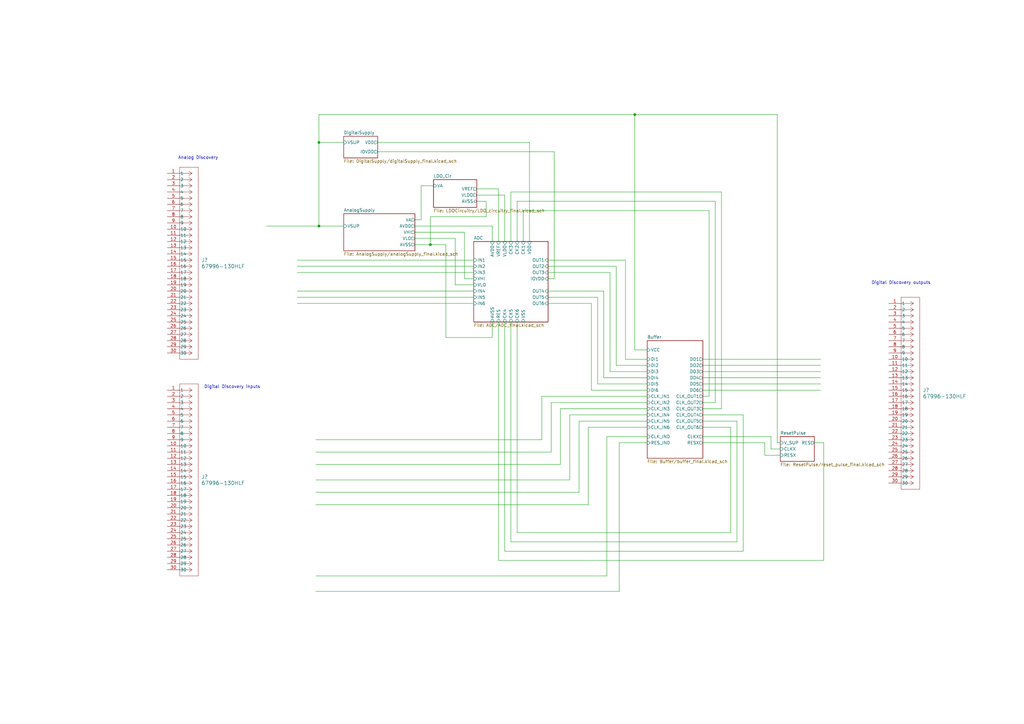
<source format=kicad_sch>
(kicad_sch (version 20231120) (generator "eeschema") (generator_version "8.0")
  (paper "A3")
  (lib_symbols
    (symbol "15x2Header:67996-130HLF" (pin_names (offset 0.254))
      (property "Reference" "J" (at 8.89 6.35 0))
      (property "Value" "67996-130HLF" (at 0 0 0))
      (symbol "67996-130HLF_1_1"
        (polyline (pts (xy 5.08 -76.2) (xy 12.7 -76.2)) (stroke (width 0.127)))
        (polyline (pts (xy 5.08 2.54) (xy 5.08 -76.2)) (stroke (width 0.127)))
        (polyline (pts (xy 10.16 -73.66) (xy 5.08 -73.66)) (stroke (width 0.127)))
        (polyline (pts (xy 10.16 -73.66) (xy 8.89 -74.5067)) (stroke (width 0.127)))
        (polyline (pts (xy 10.16 -73.66) (xy 8.89 -72.8133)) (stroke (width 0.127)))
        (polyline (pts (xy 10.16 -71.12) (xy 5.08 -71.12)) (stroke (width 0.127)))
        (polyline (pts (xy 10.16 -71.12) (xy 8.89 -71.9667)) (stroke (width 0.127)))
        (polyline (pts (xy 10.16 -71.12) (xy 8.89 -70.2733)) (stroke (width 0.127)))
        (polyline (pts (xy 10.16 -68.58) (xy 5.08 -68.58)) (stroke (width 0.127)))
        (polyline (pts (xy 10.16 -68.58) (xy 8.89 -69.4267)) (stroke (width 0.127)))
        (polyline (pts (xy 10.16 -68.58) (xy 8.89 -67.7333)) (stroke (width 0.127)))
        (polyline (pts (xy 10.16 -66.04) (xy 5.08 -66.04)) (stroke (width 0.127)))
        (polyline (pts (xy 10.16 -66.04) (xy 8.89 -66.8867)) (stroke (width 0.127)))
        (polyline (pts (xy 10.16 -66.04) (xy 8.89 -65.1933)) (stroke (width 0.127)))
        (polyline (pts (xy 10.16 -63.5) (xy 5.08 -63.5)) (stroke (width 0.127)))
        (polyline (pts (xy 10.16 -63.5) (xy 8.89 -64.3467)) (stroke (width 0.127)))
        (polyline (pts (xy 10.16 -63.5) (xy 8.89 -62.6533)) (stroke (width 0.127)))
        (polyline (pts (xy 10.16 -60.96) (xy 5.08 -60.96)) (stroke (width 0.127)))
        (polyline (pts (xy 10.16 -60.96) (xy 8.89 -61.8067)) (stroke (width 0.127)))
        (polyline (pts (xy 10.16 -60.96) (xy 8.89 -60.1133)) (stroke (width 0.127)))
        (polyline (pts (xy 10.16 -58.42) (xy 5.08 -58.42)) (stroke (width 0.127)))
        (polyline (pts (xy 10.16 -58.42) (xy 8.89 -59.2667)) (stroke (width 0.127)))
        (polyline (pts (xy 10.16 -58.42) (xy 8.89 -57.5733)) (stroke (width 0.127)))
        (polyline (pts (xy 10.16 -55.88) (xy 5.08 -55.88)) (stroke (width 0.127)))
        (polyline (pts (xy 10.16 -55.88) (xy 8.89 -56.7267)) (stroke (width 0.127)))
        (polyline (pts (xy 10.16 -55.88) (xy 8.89 -55.0333)) (stroke (width 0.127)))
        (polyline (pts (xy 10.16 -53.34) (xy 5.08 -53.34)) (stroke (width 0.127)))
        (polyline (pts (xy 10.16 -53.34) (xy 8.89 -54.1867)) (stroke (width 0.127)))
        (polyline (pts (xy 10.16 -53.34) (xy 8.89 -52.4933)) (stroke (width 0.127)))
        (polyline (pts (xy 10.16 -50.8) (xy 5.08 -50.8)) (stroke (width 0.127)))
        (polyline (pts (xy 10.16 -50.8) (xy 8.89 -51.6467)) (stroke (width 0.127)))
        (polyline (pts (xy 10.16 -50.8) (xy 8.89 -49.9533)) (stroke (width 0.127)))
        (polyline (pts (xy 10.16 -48.26) (xy 5.08 -48.26)) (stroke (width 0.127)))
        (polyline (pts (xy 10.16 -48.26) (xy 8.89 -49.1067)) (stroke (width 0.127)))
        (polyline (pts (xy 10.16 -48.26) (xy 8.89 -47.4133)) (stroke (width 0.127)))
        (polyline (pts (xy 10.16 -45.72) (xy 5.08 -45.72)) (stroke (width 0.127)))
        (polyline (pts (xy 10.16 -45.72) (xy 8.89 -46.5667)) (stroke (width 0.127)))
        (polyline (pts (xy 10.16 -45.72) (xy 8.89 -44.8733)) (stroke (width 0.127)))
        (polyline (pts (xy 10.16 -43.18) (xy 5.08 -43.18)) (stroke (width 0.127)))
        (polyline (pts (xy 10.16 -43.18) (xy 8.89 -44.0267)) (stroke (width 0.127)))
        (polyline (pts (xy 10.16 -43.18) (xy 8.89 -42.3333)) (stroke (width 0.127)))
        (polyline (pts (xy 10.16 -40.64) (xy 5.08 -40.64)) (stroke (width 0.127)))
        (polyline (pts (xy 10.16 -40.64) (xy 8.89 -41.4867)) (stroke (width 0.127)))
        (polyline (pts (xy 10.16 -40.64) (xy 8.89 -39.7933)) (stroke (width 0.127)))
        (polyline (pts (xy 10.16 -38.1) (xy 5.08 -38.1)) (stroke (width 0.127)))
        (polyline (pts (xy 10.16 -38.1) (xy 8.89 -38.9467)) (stroke (width 0.127)))
        (polyline (pts (xy 10.16 -38.1) (xy 8.89 -37.2533)) (stroke (width 0.127)))
        (polyline (pts (xy 10.16 -35.56) (xy 5.08 -35.56)) (stroke (width 0.127)))
        (polyline (pts (xy 10.16 -35.56) (xy 8.89 -36.4067)) (stroke (width 0.127)))
        (polyline (pts (xy 10.16 -35.56) (xy 8.89 -34.7133)) (stroke (width 0.127)))
        (polyline (pts (xy 10.16 -33.02) (xy 5.08 -33.02)) (stroke (width 0.127)))
        (polyline (pts (xy 10.16 -33.02) (xy 8.89 -33.8667)) (stroke (width 0.127)))
        (polyline (pts (xy 10.16 -33.02) (xy 8.89 -32.1733)) (stroke (width 0.127)))
        (polyline (pts (xy 10.16 -30.48) (xy 5.08 -30.48)) (stroke (width 0.127)))
        (polyline (pts (xy 10.16 -30.48) (xy 8.89 -31.3267)) (stroke (width 0.127)))
        (polyline (pts (xy 10.16 -30.48) (xy 8.89 -29.6333)) (stroke (width 0.127)))
        (polyline (pts (xy 10.16 -27.94) (xy 5.08 -27.94)) (stroke (width 0.127)))
        (polyline (pts (xy 10.16 -27.94) (xy 8.89 -28.7867)) (stroke (width 0.127)))
        (polyline (pts (xy 10.16 -27.94) (xy 8.89 -27.0933)) (stroke (width 0.127)))
        (polyline (pts (xy 10.16 -25.4) (xy 5.08 -25.4)) (stroke (width 0.127)))
        (polyline (pts (xy 10.16 -25.4) (xy 8.89 -26.2467)) (stroke (width 0.127)))
        (polyline (pts (xy 10.16 -25.4) (xy 8.89 -24.5533)) (stroke (width 0.127)))
        (polyline (pts (xy 10.16 -22.86) (xy 5.08 -22.86)) (stroke (width 0.127)))
        (polyline (pts (xy 10.16 -22.86) (xy 8.89 -23.7067)) (stroke (width 0.127)))
        (polyline (pts (xy 10.16 -22.86) (xy 8.89 -22.0133)) (stroke (width 0.127)))
        (polyline (pts (xy 10.16 -20.32) (xy 5.08 -20.32)) (stroke (width 0.127)))
        (polyline (pts (xy 10.16 -20.32) (xy 8.89 -21.1667)) (stroke (width 0.127)))
        (polyline (pts (xy 10.16 -20.32) (xy 8.89 -19.4733)) (stroke (width 0.127)))
        (polyline (pts (xy 10.16 -17.78) (xy 5.08 -17.78)) (stroke (width 0.127)))
        (polyline (pts (xy 10.16 -17.78) (xy 8.89 -18.6267)) (stroke (width 0.127)))
        (polyline (pts (xy 10.16 -17.78) (xy 8.89 -16.9333)) (stroke (width 0.127)))
        (polyline (pts (xy 10.16 -15.24) (xy 5.08 -15.24)) (stroke (width 0.127)))
        (polyline (pts (xy 10.16 -15.24) (xy 8.89 -16.0867)) (stroke (width 0.127)))
        (polyline (pts (xy 10.16 -15.24) (xy 8.89 -14.3933)) (stroke (width 0.127)))
        (polyline (pts (xy 10.16 -12.7) (xy 5.08 -12.7)) (stroke (width 0.127)))
        (polyline (pts (xy 10.16 -12.7) (xy 8.89 -13.5467)) (stroke (width 0.127)))
        (polyline (pts (xy 10.16 -12.7) (xy 8.89 -11.8533)) (stroke (width 0.127)))
        (polyline (pts (xy 10.16 -10.16) (xy 5.08 -10.16)) (stroke (width 0.127)))
        (polyline (pts (xy 10.16 -10.16) (xy 8.89 -11.0067)) (stroke (width 0.127)))
        (polyline (pts (xy 10.16 -10.16) (xy 8.89 -9.3133)) (stroke (width 0.127)))
        (polyline (pts (xy 10.16 -7.62) (xy 5.08 -7.62)) (stroke (width 0.127)))
        (polyline (pts (xy 10.16 -7.62) (xy 8.89 -8.4667)) (stroke (width 0.127)))
        (polyline (pts (xy 10.16 -7.62) (xy 8.89 -6.7733)) (stroke (width 0.127)))
        (polyline (pts (xy 10.16 -5.08) (xy 5.08 -5.08)) (stroke (width 0.127)))
        (polyline (pts (xy 10.16 -5.08) (xy 8.89 -5.9267)) (stroke (width 0.127)))
        (polyline (pts (xy 10.16 -5.08) (xy 8.89 -4.2333)) (stroke (width 0.127)))
        (polyline (pts (xy 10.16 -2.54) (xy 5.08 -2.54)) (stroke (width 0.127)))
        (polyline (pts (xy 10.16 -2.54) (xy 8.89 -3.3867)) (stroke (width 0.127)))
        (polyline (pts (xy 10.16 -2.54) (xy 8.89 -1.6933)) (stroke (width 0.127)))
        (polyline (pts (xy 10.16 0) (xy 5.08 0)) (stroke (width 0.127)))
        (polyline (pts (xy 10.16 0) (xy 8.89 -0.8467)) (stroke (width 0.127)))
        (polyline (pts (xy 10.16 0) (xy 8.89 0.8467)) (stroke (width 0.127)))
        (polyline (pts (xy 12.7 -76.2) (xy 12.7 2.54)) (stroke (width 0.127)))
        (polyline (pts (xy 12.7 2.54) (xy 5.08 2.54)) (stroke (width 0.127)))
        (pin unspecified line (at 0 0 0) (length 5.08) (name "1") (number "1"))
        (pin unspecified line (at 0 -22.86 0) (length 5.08) (name "10") (number "10"))
        (pin unspecified line (at 0 -25.4 0) (length 5.08) (name "11") (number "11"))
        (pin unspecified line (at 0 -27.94 0) (length 5.08) (name "12") (number "12"))
        (pin unspecified line (at 0 -30.48 0) (length 5.08) (name "13") (number "13"))
        (pin unspecified line (at 0 -33.02 0) (length 5.08) (name "14") (number "14"))
        (pin unspecified line (at 0 -35.56 0) (length 5.08) (name "15") (number "15"))
        (pin unspecified line (at 0 -38.1 0) (length 5.08) (name "16") (number "16"))
        (pin unspecified line (at 0 -40.64 0) (length 5.08) (name "17") (number "17"))
        (pin unspecified line (at 0 -43.18 0) (length 5.08) (name "18") (number "18"))
        (pin unspecified line (at 0 -45.72 0) (length 5.08) (name "19") (number "19"))
        (pin unspecified line (at 0 -2.54 0) (length 5.08) (name "2") (number "2"))
        (pin unspecified line (at 0 -48.26 0) (length 5.08) (name "20") (number "20"))
        (pin unspecified line (at 0 -50.8 0) (length 5.08) (name "21") (number "21"))
        (pin unspecified line (at 0 -53.34 0) (length 5.08) (name "22") (number "22"))
        (pin unspecified line (at 0 -55.88 0) (length 5.08) (name "23") (number "23"))
        (pin unspecified line (at 0 -58.42 0) (length 5.08) (name "24") (number "24"))
        (pin unspecified line (at 0 -60.96 0) (length 5.08) (name "25") (number "25"))
        (pin unspecified line (at 0 -63.5 0) (length 5.08) (name "26") (number "26"))
        (pin unspecified line (at 0 -66.04 0) (length 5.08) (name "27") (number "27"))
        (pin unspecified line (at 0 -68.58 0) (length 5.08) (name "28") (number "28"))
        (pin unspecified line (at 0 -71.12 0) (length 5.08) (name "29") (number "29"))
        (pin unspecified line (at 0 -5.08 0) (length 5.08) (name "3") (number "3"))
        (pin unspecified line (at 0 -73.66 0) (length 5.08) (name "30") (number "30"))
        (pin unspecified line (at 0 -7.62 0) (length 5.08) (name "4") (number "4"))
        (pin unspecified line (at 0 -10.16 0) (length 5.08) (name "5") (number "5"))
        (pin unspecified line (at 0 -12.7 0) (length 5.08) (name "6") (number "6"))
        (pin unspecified line (at 0 -15.24 0) (length 5.08) (name "7") (number "7"))
        (pin unspecified line (at 0 -17.78 0) (length 5.08) (name "8") (number "8"))
        (pin unspecified line (at 0 -20.32 0) (length 5.08) (name "9") (number "9"))
      )
      (symbol "67996-130HLF_1_2"
        (polyline (pts (xy 5.08 -76.2) (xy 12.7 -76.2)) (stroke (width 0.127)))
        (polyline (pts (xy 5.08 2.54) (xy 5.08 -76.2)) (stroke (width 0.127)))
        (polyline (pts (xy 7.62 -73.66) (xy 5.08 -73.66)) (stroke (width 0.127)))
        (polyline (pts (xy 7.62 -73.66) (xy 8.89 -74.5067)) (stroke (width 0.127)))
        (polyline (pts (xy 7.62 -73.66) (xy 8.89 -72.8133)) (stroke (width 0.127)))
        (polyline (pts (xy 7.62 -71.12) (xy 5.08 -71.12)) (stroke (width 0.127)))
        (polyline (pts (xy 7.62 -71.12) (xy 8.89 -71.9667)) (stroke (width 0.127)))
        (polyline (pts (xy 7.62 -71.12) (xy 8.89 -70.2733)) (stroke (width 0.127)))
        (polyline (pts (xy 7.62 -68.58) (xy 5.08 -68.58)) (stroke (width 0.127)))
        (polyline (pts (xy 7.62 -68.58) (xy 8.89 -69.4267)) (stroke (width 0.127)))
        (polyline (pts (xy 7.62 -68.58) (xy 8.89 -67.7333)) (stroke (width 0.127)))
        (polyline (pts (xy 7.62 -66.04) (xy 5.08 -66.04)) (stroke (width 0.127)))
        (polyline (pts (xy 7.62 -66.04) (xy 8.89 -66.8867)) (stroke (width 0.127)))
        (polyline (pts (xy 7.62 -66.04) (xy 8.89 -65.1933)) (stroke (width 0.127)))
        (polyline (pts (xy 7.62 -63.5) (xy 5.08 -63.5)) (stroke (width 0.127)))
        (polyline (pts (xy 7.62 -63.5) (xy 8.89 -64.3467)) (stroke (width 0.127)))
        (polyline (pts (xy 7.62 -63.5) (xy 8.89 -62.6533)) (stroke (width 0.127)))
        (polyline (pts (xy 7.62 -60.96) (xy 5.08 -60.96)) (stroke (width 0.127)))
        (polyline (pts (xy 7.62 -60.96) (xy 8.89 -61.8067)) (stroke (width 0.127)))
        (polyline (pts (xy 7.62 -60.96) (xy 8.89 -60.1133)) (stroke (width 0.127)))
        (polyline (pts (xy 7.62 -58.42) (xy 5.08 -58.42)) (stroke (width 0.127)))
        (polyline (pts (xy 7.62 -58.42) (xy 8.89 -59.2667)) (stroke (width 0.127)))
        (polyline (pts (xy 7.62 -58.42) (xy 8.89 -57.5733)) (stroke (width 0.127)))
        (polyline (pts (xy 7.62 -55.88) (xy 5.08 -55.88)) (stroke (width 0.127)))
        (polyline (pts (xy 7.62 -55.88) (xy 8.89 -56.7267)) (stroke (width 0.127)))
        (polyline (pts (xy 7.62 -55.88) (xy 8.89 -55.0333)) (stroke (width 0.127)))
        (polyline (pts (xy 7.62 -53.34) (xy 5.08 -53.34)) (stroke (width 0.127)))
        (polyline (pts (xy 7.62 -53.34) (xy 8.89 -54.1867)) (stroke (width 0.127)))
        (polyline (pts (xy 7.62 -53.34) (xy 8.89 -52.4933)) (stroke (width 0.127)))
        (polyline (pts (xy 7.62 -50.8) (xy 5.08 -50.8)) (stroke (width 0.127)))
        (polyline (pts (xy 7.62 -50.8) (xy 8.89 -51.6467)) (stroke (width 0.127)))
        (polyline (pts (xy 7.62 -50.8) (xy 8.89 -49.9533)) (stroke (width 0.127)))
        (polyline (pts (xy 7.62 -48.26) (xy 5.08 -48.26)) (stroke (width 0.127)))
        (polyline (pts (xy 7.62 -48.26) (xy 8.89 -49.1067)) (stroke (width 0.127)))
        (polyline (pts (xy 7.62 -48.26) (xy 8.89 -47.4133)) (stroke (width 0.127)))
        (polyline (pts (xy 7.62 -45.72) (xy 5.08 -45.72)) (stroke (width 0.127)))
        (polyline (pts (xy 7.62 -45.72) (xy 8.89 -46.5667)) (stroke (width 0.127)))
        (polyline (pts (xy 7.62 -45.72) (xy 8.89 -44.8733)) (stroke (width 0.127)))
        (polyline (pts (xy 7.62 -43.18) (xy 5.08 -43.18)) (stroke (width 0.127)))
        (polyline (pts (xy 7.62 -43.18) (xy 8.89 -44.0267)) (stroke (width 0.127)))
        (polyline (pts (xy 7.62 -43.18) (xy 8.89 -42.3333)) (stroke (width 0.127)))
        (polyline (pts (xy 7.62 -40.64) (xy 5.08 -40.64)) (stroke (width 0.127)))
        (polyline (pts (xy 7.62 -40.64) (xy 8.89 -41.4867)) (stroke (width 0.127)))
        (polyline (pts (xy 7.62 -40.64) (xy 8.89 -39.7933)) (stroke (width 0.127)))
        (polyline (pts (xy 7.62 -38.1) (xy 5.08 -38.1)) (stroke (width 0.127)))
        (polyline (pts (xy 7.62 -38.1) (xy 8.89 -38.9467)) (stroke (width 0.127)))
        (polyline (pts (xy 7.62 -38.1) (xy 8.89 -37.2533)) (stroke (width 0.127)))
        (polyline (pts (xy 7.62 -35.56) (xy 5.08 -35.56)) (stroke (width 0.127)))
        (polyline (pts (xy 7.62 -35.56) (xy 8.89 -36.4067)) (stroke (width 0.127)))
        (polyline (pts (xy 7.62 -35.56) (xy 8.89 -34.7133)) (stroke (width 0.127)))
        (polyline (pts (xy 7.62 -33.02) (xy 5.08 -33.02)) (stroke (width 0.127)))
        (polyline (pts (xy 7.62 -33.02) (xy 8.89 -33.8667)) (stroke (width 0.127)))
        (polyline (pts (xy 7.62 -33.02) (xy 8.89 -32.1733)) (stroke (width 0.127)))
        (polyline (pts (xy 7.62 -30.48) (xy 5.08 -30.48)) (stroke (width 0.127)))
        (polyline (pts (xy 7.62 -30.48) (xy 8.89 -31.3267)) (stroke (width 0.127)))
        (polyline (pts (xy 7.62 -30.48) (xy 8.89 -29.6333)) (stroke (width 0.127)))
        (polyline (pts (xy 7.62 -27.94) (xy 5.08 -27.94)) (stroke (width 0.127)))
        (polyline (pts (xy 7.62 -27.94) (xy 8.89 -28.7867)) (stroke (width 0.127)))
        (polyline (pts (xy 7.62 -27.94) (xy 8.89 -27.0933)) (stroke (width 0.127)))
        (polyline (pts (xy 7.62 -25.4) (xy 5.08 -25.4)) (stroke (width 0.127)))
        (polyline (pts (xy 7.62 -25.4) (xy 8.89 -26.2467)) (stroke (width 0.127)))
        (polyline (pts (xy 7.62 -25.4) (xy 8.89 -24.5533)) (stroke (width 0.127)))
        (polyline (pts (xy 7.62 -22.86) (xy 5.08 -22.86)) (stroke (width 0.127)))
        (polyline (pts (xy 7.62 -22.86) (xy 8.89 -23.7067)) (stroke (width 0.127)))
        (polyline (pts (xy 7.62 -22.86) (xy 8.89 -22.0133)) (stroke (width 0.127)))
        (polyline (pts (xy 7.62 -20.32) (xy 5.08 -20.32)) (stroke (width 0.127)))
        (polyline (pts (xy 7.62 -20.32) (xy 8.89 -21.1667)) (stroke (width 0.127)))
        (polyline (pts (xy 7.62 -20.32) (xy 8.89 -19.4733)) (stroke (width 0.127)))
        (polyline (pts (xy 7.62 -17.78) (xy 5.08 -17.78)) (stroke (width 0.127)))
        (polyline (pts (xy 7.62 -17.78) (xy 8.89 -18.6267)) (stroke (width 0.127)))
        (polyline (pts (xy 7.62 -17.78) (xy 8.89 -16.9333)) (stroke (width 0.127)))
        (polyline (pts (xy 7.62 -15.24) (xy 5.08 -15.24)) (stroke (width 0.127)))
        (polyline (pts (xy 7.62 -15.24) (xy 8.89 -16.0867)) (stroke (width 0.127)))
        (polyline (pts (xy 7.62 -15.24) (xy 8.89 -14.3933)) (stroke (width 0.127)))
        (polyline (pts (xy 7.62 -12.7) (xy 5.08 -12.7)) (stroke (width 0.127)))
        (polyline (pts (xy 7.62 -12.7) (xy 8.89 -13.5467)) (stroke (width 0.127)))
        (polyline (pts (xy 7.62 -12.7) (xy 8.89 -11.8533)) (stroke (width 0.127)))
        (polyline (pts (xy 7.62 -10.16) (xy 5.08 -10.16)) (stroke (width 0.127)))
        (polyline (pts (xy 7.62 -10.16) (xy 8.89 -11.0067)) (stroke (width 0.127)))
        (polyline (pts (xy 7.62 -10.16) (xy 8.89 -9.3133)) (stroke (width 0.127)))
        (polyline (pts (xy 7.62 -7.62) (xy 5.08 -7.62)) (stroke (width 0.127)))
        (polyline (pts (xy 7.62 -7.62) (xy 8.89 -8.4667)) (stroke (width 0.127)))
        (polyline (pts (xy 7.62 -7.62) (xy 8.89 -6.7733)) (stroke (width 0.127)))
        (polyline (pts (xy 7.62 -5.08) (xy 5.08 -5.08)) (stroke (width 0.127)))
        (polyline (pts (xy 7.62 -5.08) (xy 8.89 -5.9267)) (stroke (width 0.127)))
        (polyline (pts (xy 7.62 -5.08) (xy 8.89 -4.2333)) (stroke (width 0.127)))
        (polyline (pts (xy 7.62 -2.54) (xy 5.08 -2.54)) (stroke (width 0.127)))
        (polyline (pts (xy 7.62 -2.54) (xy 8.89 -3.3867)) (stroke (width 0.127)))
        (polyline (pts (xy 7.62 -2.54) (xy 8.89 -1.6933)) (stroke (width 0.127)))
        (polyline (pts (xy 7.62 0) (xy 5.08 0)) (stroke (width 0.127)))
        (polyline (pts (xy 7.62 0) (xy 8.89 -0.8467)) (stroke (width 0.127)))
        (polyline (pts (xy 7.62 0) (xy 8.89 0.8467)) (stroke (width 0.127)))
        (polyline (pts (xy 12.7 -76.2) (xy 12.7 2.54)) (stroke (width 0.127)))
        (polyline (pts (xy 12.7 2.54) (xy 5.08 2.54)) (stroke (width 0.127)))
        (pin unspecified line (at 0 0 0) (length 5.08) (name "1") (number "1"))
        (pin unspecified line (at 0 -22.86 0) (length 5.08) (name "10") (number "10"))
        (pin unspecified line (at 0 -25.4 0) (length 5.08) (name "11") (number "11"))
        (pin unspecified line (at 0 -27.94 0) (length 5.08) (name "12") (number "12"))
        (pin unspecified line (at 0 -30.48 0) (length 5.08) (name "13") (number "13"))
        (pin unspecified line (at 0 -33.02 0) (length 5.08) (name "14") (number "14"))
        (pin unspecified line (at 0 -35.56 0) (length 5.08) (name "15") (number "15"))
        (pin unspecified line (at 0 -38.1 0) (length 5.08) (name "16") (number "16"))
        (pin unspecified line (at 0 -40.64 0) (length 5.08) (name "17") (number "17"))
        (pin unspecified line (at 0 -43.18 0) (length 5.08) (name "18") (number "18"))
        (pin unspecified line (at 0 -45.72 0) (length 5.08) (name "19") (number "19"))
        (pin unspecified line (at 0 -2.54 0) (length 5.08) (name "2") (number "2"))
        (pin unspecified line (at 0 -48.26 0) (length 5.08) (name "20") (number "20"))
        (pin unspecified line (at 0 -50.8 0) (length 5.08) (name "21") (number "21"))
        (pin unspecified line (at 0 -53.34 0) (length 5.08) (name "22") (number "22"))
        (pin unspecified line (at 0 -55.88 0) (length 5.08) (name "23") (number "23"))
        (pin unspecified line (at 0 -58.42 0) (length 5.08) (name "24") (number "24"))
        (pin unspecified line (at 0 -60.96 0) (length 5.08) (name "25") (number "25"))
        (pin unspecified line (at 0 -63.5 0) (length 5.08) (name "26") (number "26"))
        (pin unspecified line (at 0 -66.04 0) (length 5.08) (name "27") (number "27"))
        (pin unspecified line (at 0 -68.58 0) (length 5.08) (name "28") (number "28"))
        (pin unspecified line (at 0 -71.12 0) (length 5.08) (name "29") (number "29"))
        (pin unspecified line (at 0 -5.08 0) (length 5.08) (name "3") (number "3"))
        (pin unspecified line (at 0 -73.66 0) (length 5.08) (name "30") (number "30"))
        (pin unspecified line (at 0 -7.62 0) (length 5.08) (name "4") (number "4"))
        (pin unspecified line (at 0 -10.16 0) (length 5.08) (name "5") (number "5"))
        (pin unspecified line (at 0 -12.7 0) (length 5.08) (name "6") (number "6"))
        (pin unspecified line (at 0 -15.24 0) (length 5.08) (name "7") (number "7"))
        (pin unspecified line (at 0 -17.78 0) (length 5.08) (name "8") (number "8"))
        (pin unspecified line (at 0 -20.32 0) (length 5.08) (name "9") (number "9"))
      )
    )
  )
  (junction (at 130.81 58.42))
  (junction (at 176.53 100.33))
  (junction (at 260.35 46.99))
  (junction (at 130.81 92.71))
  (wire (pts (xy 129.54 190.5) (xy 229.87 190.5)))
  (wire (pts (xy 248.92 179.07) (xy 248.92 236.22)))
  (wire (pts (xy 288.29 152.4) (xy 336.55 152.4)))
  (wire (pts (xy 302.26 222.25) (xy 209.55 222.25)))
  (wire (pts (xy 254 181.61) (xy 254 242.57)))
  (wire (pts (xy 288.29 167.64) (xy 295.91 167.64)))
  (wire (pts (xy 250.19 152.4) (xy 265.43 152.4)))
  (wire (pts (xy 212.09 82.55) (xy 212.09 99.06)))
  (wire (pts (xy 129.54 242.57) (xy 254 242.57)))
  (wire (pts (xy 288.29 157.48) (xy 336.55 157.48)))
  (wire (pts (xy 129.54 185.42) (xy 226.06 185.42)))
  (wire (pts (xy 176.53 100.33) (xy 182.88 100.33)))
  (wire (pts (xy 195.58 77.47) (xy 204.47 77.47)))
  (wire (pts (xy 224.79 119.38) (xy 247.65 119.38)))
  (wire (pts (xy 226.06 165.1) (xy 226.06 185.42)))
  (wire (pts (xy 121.92 106.68) (xy 194.31 106.68)))
  (wire (pts (xy 130.81 46.99) (xy 260.35 46.99)))
  (wire (pts (xy 182.88 138.43) (xy 201.93 138.43)))
  (wire (pts (xy 302.26 172.72) (xy 302.26 222.25)))
  (wire (pts (xy 224.79 106.68) (xy 256.54 106.68)))
  (wire (pts (xy 204.47 132.08) (xy 204.47 229.87)))
  (wire (pts (xy 170.18 97.79) (xy 186.69 97.79)))
  (wire (pts (xy 304.8 226.06) (xy 207.01 226.06)))
  (wire (pts (xy 172.72 76.2) (xy 177.8 76.2)))
  (wire (pts (xy 129.54 180.34) (xy 222.25 180.34)))
  (wire (pts (xy 288.29 181.61) (xy 313.69 181.61)))
  (wire (pts (xy 288.29 147.32) (xy 336.55 147.32)))
  (wire (pts (xy 288.29 149.86) (xy 336.55 149.86)))
  (wire (pts (xy 154.94 62.23) (xy 227.33 62.23)))
  (wire (pts (xy 337.82 181.61) (xy 337.82 229.87)))
  (wire (pts (xy 129.54 196.85) (xy 233.68 196.85)))
  (wire (pts (xy 316.23 184.15) (xy 320.04 184.15)))
  (wire (pts (xy 224.79 121.92) (xy 245.11 121.92)))
  (wire (pts (xy 129.54 207.01) (xy 241.3 207.01)))
  (wire (pts (xy 233.68 170.18) (xy 233.68 196.85)))
  (wire (pts (xy 214.63 86.36) (xy 214.63 99.06)))
  (wire (pts (xy 242.57 124.46) (xy 242.57 160.02)))
  (wire (pts (xy 186.69 97.79) (xy 186.69 116.84)))
  (wire (pts (xy 129.54 236.22) (xy 248.92 236.22)))
  (wire (pts (xy 245.11 121.92) (xy 245.11 157.48)))
  (wire (pts (xy 182.88 100.33) (xy 182.88 138.43)))
  (wire (pts (xy 204.47 77.47) (xy 204.47 99.06)))
  (wire (pts (xy 316.23 179.07) (xy 316.23 184.15)))
  (wire (pts (xy 252.73 109.22) (xy 252.73 149.86)))
  (wire (pts (xy 154.94 58.42) (xy 217.17 58.42)))
  (wire (pts (xy 260.35 143.51) (xy 260.35 46.99)))
  (wire (pts (xy 304.8 170.18) (xy 304.8 226.06)))
  (wire (pts (xy 222.25 162.56) (xy 222.25 180.34)))
  (wire (pts (xy 224.79 124.46) (xy 242.57 124.46)))
  (wire (pts (xy 288.29 172.72) (xy 302.26 172.72)))
  (wire (pts (xy 241.3 175.26) (xy 241.3 207.01)))
  (wire (pts (xy 227.33 114.3) (xy 224.79 114.3)))
  (wire (pts (xy 195.58 82.55) (xy 199.39 82.55)))
  (wire (pts (xy 130.81 58.42) (xy 130.81 92.71)))
  (wire (pts (xy 212.09 218.44) (xy 212.09 132.08)))
  (wire (pts (xy 121.92 109.22) (xy 194.31 109.22)))
  (wire (pts (xy 172.72 90.17) (xy 170.18 90.17)))
  (wire (pts (xy 130.81 92.71) (xy 140.97 92.71)))
  (wire (pts (xy 293.37 82.55) (xy 212.09 82.55)))
  (wire (pts (xy 265.43 162.56) (xy 222.25 162.56)))
  (wire (pts (xy 217.17 58.42) (xy 217.17 99.06)))
  (wire (pts (xy 121.92 121.92) (xy 194.31 121.92)))
  (wire (pts (xy 288.29 165.1) (xy 293.37 165.1)))
  (wire (pts (xy 290.83 86.36) (xy 214.63 86.36)))
  (wire (pts (xy 265.43 175.26) (xy 241.3 175.26)))
  (wire (pts (xy 237.49 172.72) (xy 237.49 201.93)))
  (wire (pts (xy 245.11 157.48) (xy 265.43 157.48)))
  (wire (pts (xy 121.92 111.76) (xy 194.31 111.76)))
  (wire (pts (xy 170.18 95.25) (xy 190.5 95.25)))
  (wire (pts (xy 121.92 124.46) (xy 194.31 124.46)))
  (wire (pts (xy 209.55 78.74) (xy 209.55 99.06)))
  (wire (pts (xy 265.43 165.1) (xy 226.06 165.1)))
  (wire (pts (xy 265.43 167.64) (xy 229.87 167.64)))
  (wire (pts (xy 172.72 76.2) (xy 172.72 90.17)))
  (wire (pts (xy 207.01 80.01) (xy 207.01 99.06)))
  (wire (pts (xy 199.39 82.55) (xy 199.39 88.9)))
  (wire (pts (xy 227.33 62.23) (xy 227.33 114.3)))
  (wire (pts (xy 252.73 149.86) (xy 265.43 149.86)))
  (wire (pts (xy 190.5 114.3) (xy 194.31 114.3)))
  (wire (pts (xy 201.93 92.71) (xy 201.93 99.06)))
  (wire (pts (xy 290.83 162.56) (xy 290.83 86.36)))
  (wire (pts (xy 209.55 222.25) (xy 209.55 132.08)))
  (wire (pts (xy 176.53 88.9) (xy 176.53 100.33)))
  (wire (pts (xy 288.29 160.02) (xy 336.55 160.02)))
  (wire (pts (xy 109.22 92.71) (xy 130.81 92.71)))
  (wire (pts (xy 207.01 226.06) (xy 207.01 132.08)))
  (wire (pts (xy 170.18 100.33) (xy 176.53 100.33)))
  (wire (pts (xy 288.29 179.07) (xy 316.23 179.07)))
  (wire (pts (xy 265.43 172.72) (xy 237.49 172.72)))
  (wire (pts (xy 247.65 119.38) (xy 247.65 154.94)))
  (wire (pts (xy 265.43 181.61) (xy 254 181.61)))
  (wire (pts (xy 229.87 167.64) (xy 229.87 190.5)))
  (wire (pts (xy 337.82 229.87) (xy 204.47 229.87)))
  (wire (pts (xy 313.69 186.69) (xy 320.04 186.69)))
  (wire (pts (xy 260.35 46.99) (xy 318.77 46.99)))
  (wire (pts (xy 130.81 58.42) (xy 130.81 46.99)))
  (wire (pts (xy 299.72 175.26) (xy 299.72 218.44)))
  (wire (pts (xy 318.77 46.99) (xy 318.77 181.61)))
  (wire (pts (xy 265.43 143.51) (xy 260.35 143.51)))
  (wire (pts (xy 288.29 175.26) (xy 299.72 175.26)))
  (wire (pts (xy 334.01 181.61) (xy 337.82 181.61)))
  (wire (pts (xy 201.93 138.43) (xy 201.93 132.08)))
  (wire (pts (xy 265.43 170.18) (xy 233.68 170.18)))
  (wire (pts (xy 121.92 119.38) (xy 194.31 119.38)))
  (wire (pts (xy 190.5 95.25) (xy 190.5 114.3)))
  (wire (pts (xy 242.57 160.02) (xy 265.43 160.02)))
  (wire (pts (xy 318.77 181.61) (xy 320.04 181.61)))
  (wire (pts (xy 288.29 162.56) (xy 290.83 162.56)))
  (wire (pts (xy 224.79 111.76) (xy 250.19 111.76)))
  (wire (pts (xy 288.29 170.18) (xy 304.8 170.18)))
  (wire (pts (xy 224.79 109.22) (xy 252.73 109.22)))
  (wire (pts (xy 288.29 154.94) (xy 336.55 154.94)))
  (wire (pts (xy 313.69 181.61) (xy 313.69 186.69)))
  (wire (pts (xy 195.58 80.01) (xy 207.01 80.01)))
  (wire (pts (xy 295.91 78.74) (xy 209.55 78.74)))
  (wire (pts (xy 293.37 165.1) (xy 293.37 82.55)))
  (wire (pts (xy 256.54 106.68) (xy 256.54 147.32)))
  (wire (pts (xy 265.43 179.07) (xy 248.92 179.07)))
  (wire (pts (xy 140.97 58.42) (xy 130.81 58.42)))
  (wire (pts (xy 129.54 201.93) (xy 237.49 201.93)))
  (wire (pts (xy 186.69 116.84) (xy 194.31 116.84)))
  (wire (pts (xy 250.19 111.76) (xy 250.19 152.4)))
  (wire (pts (xy 170.18 92.71) (xy 201.93 92.71)))
  (wire (pts (xy 299.72 218.44) (xy 212.09 218.44)))
  (wire (pts (xy 199.39 88.9) (xy 176.53 88.9)))
  (wire (pts (xy 247.65 154.94) (xy 265.43 154.94)))
  (wire (pts (xy 256.54 147.32) (xy 265.43 147.32)))
  (wire (pts (xy 295.91 167.64) (xy 295.91 78.74)))
  (text "Analog Discovery" (at 81.28 64.77 0) (effects (font (size 1.27 1.27))))
  (text "Digital Discovery outputs\n\n\n" (at 369.57 118.11 0) (effects (font (size 1.27 1.27))))
  (text "Digital Discovery inputs\n" (at 95.25 158.75 0) (effects (font (size 1.27 1.27))))
  (symbol (lib_id "15x2Header:67996-130HLF") (at 364.49 124.46 0) (unit 1)
    (property "Reference" "J?" (at 378.46 160.0199 0) (effects (font (size 1.524 1.524)) (justify left)))
    (property "Value" "67996-130HLF" (at 378.46 162.5599 0) (effects (font (size 1.524 1.524)) (justify left)))
    (property "Footprint" "67996-130HLF_AMP" (effects (hide yes)))
    (property "Datasheet" "67996-130HLF" (effects (hide yes)))
  )
  (symbol (lib_id "15x2Header:67996-130HLF") (at 68.58 71.12 0) (unit 1)
    (property "Reference" "J?" (at 82.55 106.6799 0) (effects (font (size 1.524 1.524)) (justify left)))
    (property "Value" "67996-130HLF" (at 82.55 109.2199 0) (effects (font (size 1.524 1.524)) (justify left)))
    (property "Footprint" "67996-130HLF_AMP" (effects (hide yes)))
    (property "Datasheet" "67996-130HLF" (effects (hide yes)))
  )
  (symbol (lib_id "15x2Header:67996-130HLF") (at 68.58 160.02 0) (unit 1)
    (property "Reference" "J?" (at 82.55 195.5799 0) (effects (font (size 1.524 1.524)) (justify left)))
    (property "Value" "67996-130HLF" (at 82.55 198.1199 0) (effects (font (size 1.524 1.524)) (justify left)))
    (property "Footprint" "67996-130HLF_AMP" (effects (hide yes)))
    (property "Datasheet" "67996-130HLF" (effects (hide yes)))
  )
  (sheet (at 140.97 87.63) (size 29.21 15.24) (stroke (width 0.1524))
    (property "Sheetname" "AnalogSupply" (at 140.97 86.9184 0) (effects (justify left bottom)))
    (property "Sheetfile" "AnalogSupply/analogSupply_final.kicad_sch" (at 140.97 103.4546 0) (effects (justify left top)))
    (pin "VSUP" input (at 140.97 92.71 180))
    (pin "AVSS" output (at 170.18 100.33 0))
    (pin "AVDD" output (at 170.18 92.71 0))
    (pin "VLO" output (at 170.18 97.79 0))
    (pin "VHI" output (at 170.18 95.25 0))
    (pin "VA" output (at 170.18 90.17 0))
  )
  (sheet (at 177.8 73.66) (size 17.78 11.43) (stroke (width 0.1524))
    (property "Sheetname" "LDO_Cir" (at 177.8 72.9484 0) (effects (justify left bottom)))
    (property "Sheetfile" "LDOCircuitry/LDO_circuitry_final.kicad_sch" (at 177.8 85.6746 0) (effects (justify left top)))
    (pin "VA" input (at 177.8 76.2 180))
    (pin "AVSS" bidirectional (at 195.58 82.55 0))
    (pin "VLDO" output (at 195.58 80.01 0))
    (pin "VREF" output (at 195.58 77.47 0))
  )
  (sheet (at 194.31 99.06) (size 30.48 33.02) (stroke (width 0.1524))
    (property "Sheetname" "ADC" (at 194.31 98.3484 0) (effects (justify left bottom)))
    (property "Sheetfile" "ADC/ADC_final.kicad_sch" (at 194.31 132.6646 0) (effects (justify left top)))
    (pin "OUT3" input (at 224.79 111.76 0))
    (pin "OUT2" input (at 224.79 109.22 0))
    (pin "IOVDD" input (at 224.79 114.3 0))
    (pin "OUT1" input (at 224.79 106.68 0))
    (pin "CK6" input (at 212.09 132.08 270))
    (pin "VSS" input (at 214.63 132.08 270))
    (pin "AVSS" input (at 201.93 132.08 270))
    (pin "OUT4" input (at 224.79 119.38 0))
    (pin "OUT5" input (at 224.79 121.92 0))
    (pin "OUT6" input (at 224.79 124.46 0))
    (pin "RES" input (at 204.47 132.08 270))
    (pin "CK4" input (at 207.01 132.08 270))
    (pin "CK5" input (at 209.55 132.08 270))
    (pin "AVDD" input (at 201.93 99.06 90))
    (pin "VLDO" input (at 207.01 99.06 90))
    (pin "VREF" input (at 204.47 99.06 90))
    (pin "CK2" input (at 212.09 99.06 90))
    (pin "CK3" input (at 209.55 99.06 90))
    (pin "CK1" input (at 214.63 99.06 90))
    (pin "VDD" input (at 217.17 99.06 90))
    (pin "IN1" input (at 194.31 106.68 180))
    (pin "IN2" input (at 194.31 109.22 180))
    (pin "VLO" input (at 194.31 116.84 180))
    (pin "IN5" input (at 194.31 121.92 180))
    (pin "IN6" input (at 194.31 124.46 180))
    (pin "IN4" input (at 194.31 119.38 180))
    (pin "VHI" input (at 194.31 114.3 180))
    (pin "IN3" input (at 194.31 111.76 180))
  )
  (sheet (at 265.43 139.7) (size 22.86 48.26) (stroke (width 0.1524))
    (property "Sheetname" "Buffer" (at 265.43 138.9884 0) (effects (justify left bottom)))
    (property "Sheetfile" "Buffer/buffer_final.kicad_sch" (at 265.43 188.5446 0) (effects (justify left top)))
    (pin "DI6" input (at 265.43 160.02 180))
    (pin "DI5" input (at 265.43 157.48 180))
    (pin "DI4" input (at 265.43 154.94 180))
    (pin "DI2" input (at 265.43 149.86 180))
    (pin "DI3" input (at 265.43 152.4 180))
    (pin "DI1" input (at 265.43 147.32 180))
    (pin "VCC" input (at 265.43 143.51 180))
    (pin "DO1" output (at 288.29 147.32 0))
    (pin "DO4" output (at 288.29 154.94 0))
    (pin "DO2" output (at 288.29 149.86 0))
    (pin "DO3" output (at 288.29 152.4 0))
    (pin "DO6" output (at 288.29 160.02 0))
    (pin "DO5" output (at 288.29 157.48 0))
    (pin "CLK_OUT1" output (at 288.29 162.56 0))
    (pin "CLK_OUT2" output (at 288.29 165.1 0))
    (pin "CLK_OUT3" output (at 288.29 167.64 0))
    (pin "CLK_OUT4" output (at 288.29 170.18 0))
    (pin "CLK_OUT5" output (at 288.29 172.72 0))
    (pin "CLK_OUT6" output (at 288.29 175.26 0))
    (pin "CLK_IN1" input (at 265.43 162.56 180))
    (pin "CLK_IN2" input (at 265.43 165.1 180))
    (pin "CLK_IN3" input (at 265.43 167.64 180))
    (pin "CLK_IN4" input (at 265.43 170.18 180))
    (pin "CLK_IN5" input (at 265.43 172.72 180))
    (pin "CLK_IN6" input (at 265.43 175.26 180))
    (pin "CLK_IND" input (at 265.43 179.07 180))
    (pin "RES_IND" input (at 265.43 181.61 180))
    (pin "RESX" output (at 288.29 181.61 0))
    (pin "CLKX" output (at 288.29 179.07 0))
  )
  (sheet (at 140.97 55.88) (size 13.97 8.89) (stroke (width 0.1524))
    (property "Sheetname" "DigitalSupply" (at 140.97 55.1684 0) (effects (justify left bottom)))
    (property "Sheetfile" "DigitalSupply/digitalSupply_final.kicad_sch" (at 140.97 65.3546 0) (effects (justify left top)))
    (pin "VSUP" input (at 140.97 58.42 180))
    (pin "IOVDD" output (at 154.94 62.23 0))
    (pin "VDD" output (at 154.94 58.42 0))
  )
  (sheet (at 320.04 179.07) (size 13.97 10.16) (stroke (width 0.1524))
    (property "Sheetname" "ResetPulse" (at 320.04 178.3584 0) (effects (justify left bottom)))
    (property "Sheetfile" "ResetPulse/reset_pulse_final.kicad_sch" (at 320.04 189.8146 0) (effects (justify left top)))
    (pin "CLKX" input (at 320.04 184.15 180))
    (pin "RESX" input (at 320.04 186.69 180))
    (pin "RES" output (at 334.01 181.61 0))
    (pin "V_SUP" input (at 320.04 181.61 180))
  )
)
</source>
